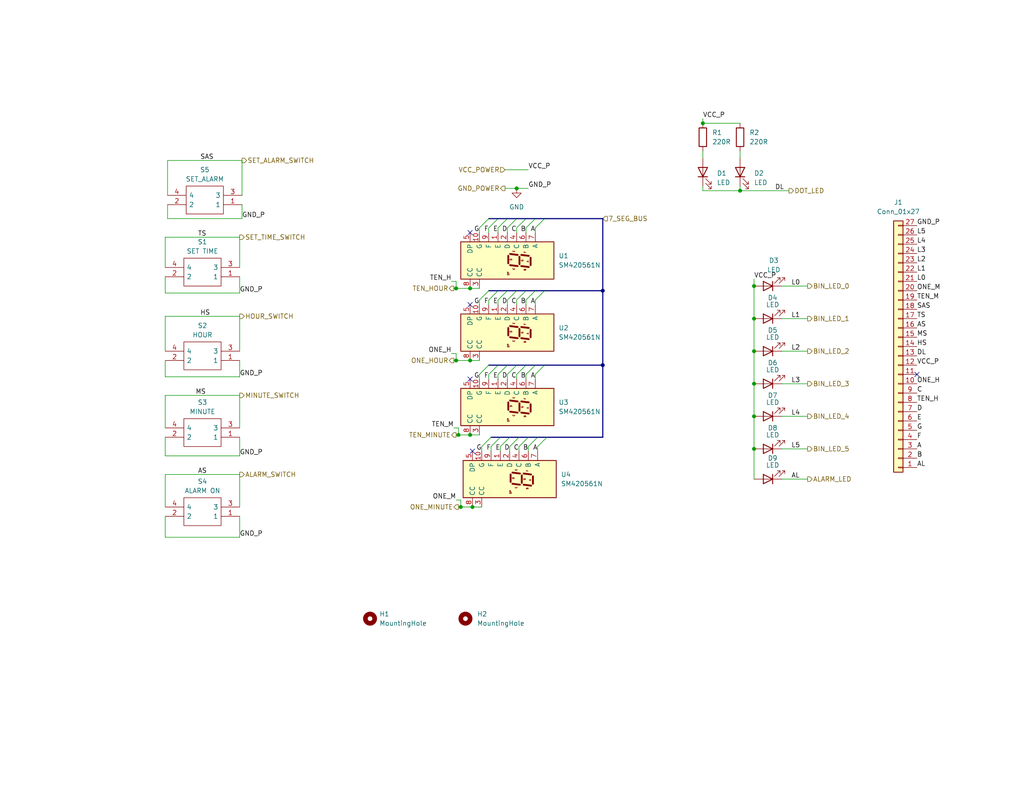
<source format=kicad_sch>
(kicad_sch (version 20211123) (generator eeschema)
  (paper "USLetter")
  (title_block (title "Military Time Clock") (date "2022-12-11") (rev "v1.0") (company "sparkletron") (comment 1 "Jay Convertino") (comment 2 "MIT License"))
  (lib_symbols
    (symbol "B3F-1020:B3F-1020" (pin_names (offset 0.762))
      (property "Reference" "S" (at 16.51 7.62 0))
      (property "Value" "B3F-1020" (at 16.51 5.08 0))
      (symbol "B3F-1020_0_0"
        (pin passive line (at 20.32 -2.54 180) (length 5.08) (name "1") (number "1"))
        (pin passive line (at 0 -2.54 0) (length 5.08) (name "2") (number "2"))
        (pin passive line (at 20.32 0 180) (length 5.08) (name "3") (number "3"))
        (pin passive line (at 0 0 0) (length 5.08) (name "4") (number "4"))
      )
      (symbol "B3F-1020_0_1"
        (polyline (pts (xy 5.08 2.54) (xy 15.24 2.54) (xy 15.24 -5.08) (xy 5.08 -5.08) (xy 5.08 2.54)) (stroke (width 0.1524)))
      )
    )
    (symbol "Connector_Generic:Conn_01x27" (pin_names (offset 1.016) hide)
      (property "Reference" "J" (at 0 35.56 0))
      (property "Value" "Conn_01x27" (at 0 -35.56 0))
      (symbol "Conn_01x27_1_1"
        (rectangle (start -1.27 -32.893) (end 0 -33.147) (stroke (width 0.1524)))
        (rectangle (start -1.27 -30.353) (end 0 -30.607) (stroke (width 0.1524)))
        (rectangle (start -1.27 -27.813) (end 0 -28.067) (stroke (width 0.1524)))
        (rectangle (start -1.27 -25.273) (end 0 -25.527) (stroke (width 0.1524)))
        (rectangle (start -1.27 -22.733) (end 0 -22.987) (stroke (width 0.1524)))
        (rectangle (start -1.27 -20.193) (end 0 -20.447) (stroke (width 0.1524)))
        (rectangle (start -1.27 -17.653) (end 0 -17.907) (stroke (width 0.1524)))
        (rectangle (start -1.27 -15.113) (end 0 -15.367) (stroke (width 0.1524)))
        (rectangle (start -1.27 -12.573) (end 0 -12.827) (stroke (width 0.1524)))
        (rectangle (start -1.27 -10.033) (end 0 -10.287) (stroke (width 0.1524)))
        (rectangle (start -1.27 -7.493) (end 0 -7.747) (stroke (width 0.1524)))
        (rectangle (start -1.27 -4.953) (end 0 -5.207) (stroke (width 0.1524)))
        (rectangle (start -1.27 -2.413) (end 0 -2.667) (stroke (width 0.1524)))
        (rectangle (start -1.27 0.127) (end 0 -0.127) (stroke (width 0.1524)))
        (rectangle (start -1.27 2.667) (end 0 2.413) (stroke (width 0.1524)))
        (rectangle (start -1.27 5.207) (end 0 4.953) (stroke (width 0.1524)))
        (rectangle (start -1.27 7.747) (end 0 7.493) (stroke (width 0.1524)))
        (rectangle (start -1.27 10.287) (end 0 10.033) (stroke (width 0.1524)))
        (rectangle (start -1.27 12.827) (end 0 12.573) (stroke (width 0.1524)))
        (rectangle (start -1.27 15.367) (end 0 15.113) (stroke (width 0.1524)))
        (rectangle (start -1.27 17.907) (end 0 17.653) (stroke (width 0.1524)))
        (rectangle (start -1.27 20.447) (end 0 20.193) (stroke (width 0.1524)))
        (rectangle (start -1.27 22.987) (end 0 22.733) (stroke (width 0.1524)))
        (rectangle (start -1.27 25.527) (end 0 25.273) (stroke (width 0.1524)))
        (rectangle (start -1.27 28.067) (end 0 27.813) (stroke (width 0.1524)))
        (rectangle (start -1.27 30.607) (end 0 30.353) (stroke (width 0.1524)))
        (rectangle (start -1.27 33.147) (end 0 32.893) (stroke (width 0.1524)))
        (rectangle (start -1.27 34.29) (end 1.27 -34.29) (stroke (width 0.254)) (fill (type background)))
        (pin passive line (at -5.08 33.02 0) (length 3.81) (name "Pin_1") (number "1"))
        (pin passive line (at -5.08 10.16 0) (length 3.81) (name "Pin_10") (number "10"))
        (pin passive line (at -5.08 7.62 0) (length 3.81) (name "Pin_11") (number "11"))
        (pin passive line (at -5.08 5.08 0) (length 3.81) (name "Pin_12") (number "12"))
        (pin passive line (at -5.08 2.54 0) (length 3.81) (name "Pin_13") (number "13"))
        (pin passive line (at -5.08 0 0) (length 3.81) (name "Pin_14") (number "14"))
        (pin passive line (at -5.08 -2.54 0) (length 3.81) (name "Pin_15") (number "15"))
        (pin passive line (at -5.08 -5.08 0) (length 3.81) (name "Pin_16") (number "16"))
        (pin passive line (at -5.08 -7.62 0) (length 3.81) (name "Pin_17") (number "17"))
        (pin passive line (at -5.08 -10.16 0) (length 3.81) (name "Pin_18") (number "18"))
        (pin passive line (at -5.08 -12.7 0) (length 3.81) (name "Pin_19") (number "19"))
        (pin passive line (at -5.08 30.48 0) (length 3.81) (name "Pin_2") (number "2"))
        (pin passive line (at -5.08 -15.24 0) (length 3.81) (name "Pin_20") (number "20"))
        (pin passive line (at -5.08 -17.78 0) (length 3.81) (name "Pin_21") (number "21"))
        (pin passive line (at -5.08 -20.32 0) (length 3.81) (name "Pin_22") (number "22"))
        (pin passive line (at -5.08 -22.86 0) (length 3.81) (name "Pin_23") (number "23"))
        (pin passive line (at -5.08 -25.4 0) (length 3.81) (name "Pin_24") (number "24"))
        (pin passive line (at -5.08 -27.94 0) (length 3.81) (name "Pin_25") (number "25"))
        (pin passive line (at -5.08 -30.48 0) (length 3.81) (name "Pin_26") (number "26"))
        (pin passive line (at -5.08 -33.02 0) (length 3.81) (name "Pin_27") (number "27"))
        (pin passive line (at -5.08 27.94 0) (length 3.81) (name "Pin_3") (number "3"))
        (pin passive line (at -5.08 25.4 0) (length 3.81) (name "Pin_4") (number "4"))
        (pin passive line (at -5.08 22.86 0) (length 3.81) (name "Pin_5") (number "5"))
        (pin passive line (at -5.08 20.32 0) (length 3.81) (name "Pin_6") (number "6"))
        (pin passive line (at -5.08 17.78 0) (length 3.81) (name "Pin_7") (number "7"))
        (pin passive line (at -5.08 15.24 0) (length 3.81) (name "Pin_8") (number "8"))
        (pin passive line (at -5.08 12.7 0) (length 3.81) (name "Pin_9") (number "9"))
      )
    )
    (symbol "Device:LED" (pin_numbers hide) (pin_names (offset 1.016) hide)
      (property "Reference" "D" (at 0 2.54 0))
      (property "Value" "LED" (at 0 -2.54 0))
      (symbol "LED_0_1"
        (polyline (pts (xy -1.27 -1.27) (xy -1.27 1.27)) (stroke (width 0.254)))
        (polyline (pts (xy -1.27 0) (xy 1.27 0)))
        (polyline (pts (xy 1.27 -1.27) (xy 1.27 1.27) (xy -1.27 0) (xy 1.27 -1.27)) (stroke (width 0.254)))
        (polyline (pts (xy -3.048 -0.762) (xy -4.572 -2.286) (xy -3.81 -2.286) (xy -4.572 -2.286) (xy -4.572 -1.524)))
        (polyline (pts (xy -1.778 -0.762) (xy -3.302 -2.286) (xy -2.54 -2.286) (xy -3.302 -2.286) (xy -3.302 -1.524)))
      )
      (symbol "LED_1_1"
        (pin passive line (at -3.81 0 0) (length 2.54) (name "K") (number "1"))
        (pin passive line (at 3.81 0 180) (length 2.54) (name "A") (number "2"))
      )
    )
    (symbol "Device:R" (pin_numbers hide) (pin_names (offset 0))
      (property "Reference" "R" (at 2.032 0 90))
      (property "Value" "R" (at 0 0 90))
      (symbol "R_0_1"
        (rectangle (start -1.016 -2.54) (end 1.016 2.54) (stroke (width 0.254)))
      )
      (symbol "R_1_1"
        (pin passive line (at 0 3.81 270) (length 1.27) (name "~") (number "1"))
        (pin passive line (at 0 -3.81 90) (length 1.27) (name "~") (number "2"))
      )
    )
    (symbol "Display_Character:SM420561N"
      (property "Reference" "U" (at -2.54 13.97 0))
      (property "Value" "SM420561N" (at 1.27 13.97 0))
      (symbol "SM420561N_0_0"
        (text "A" (at 0.254 5.588 0) (effects (font (size 0.508 0.508))))
        (text "B" (at 2.54 4.826 0) (effects (font (size 0.508 0.508))))
        (text "C" (at 2.286 1.778 0) (effects (font (size 0.508 0.508))))
        (text "D" (at -0.254 1.016 0) (effects (font (size 0.508 0.508))))
        (text "DP" (at 3.556 0.254 0) (effects (font (size 0.508 0.508))))
        (text "E" (at -2.54 1.778 0) (effects (font (size 0.508 0.508))))
        (text "F" (at -2.286 4.826 0) (effects (font (size 0.508 0.508))))
        (text "G" (at 0 4.064 0) (effects (font (size 0.508 0.508))))
      )
      (symbol "SM420561N_0_1"
        (rectangle (start -5.08 12.7) (end 5.08 -12.7) (stroke (width 0.254)) (fill (type background)))
        (polyline (pts (xy -1.524 2.794) (xy -1.778 0.762)) (stroke (width 0.508)))
        (polyline (pts (xy -1.27 0.254) (xy 0.762 0.254)) (stroke (width 0.508)))
        (polyline (pts (xy -1.27 5.842) (xy -1.524 3.81)) (stroke (width 0.508)))
        (polyline (pts (xy -1.016 3.302) (xy 1.016 3.302)) (stroke (width 0.508)))
        (polyline (pts (xy -0.762 6.35) (xy 1.27 6.35)) (stroke (width 0.508)))
        (polyline (pts (xy 1.524 2.794) (xy 1.27 0.762)) (stroke (width 0.508)))
        (polyline (pts (xy 1.778 5.842) (xy 1.524 3.81)) (stroke (width 0.508)))
        (polyline (pts (xy 2.54 0.254) (xy 2.54 0.254)) (stroke (width 0.508)))
      )
      (symbol "SM420561N_1_1"
        (pin input line (at -7.62 -2.54 0) (length 2.54) (name "E") (number "1"))
        (pin input line (at -7.62 -7.62 0) (length 2.54) (name "G") (number "10"))
        (pin input line (at -7.62 0 0) (length 2.54) (name "D") (number "2"))
        (pin input line (at 7.62 -7.62 180) (length 2.54) (name "CC") (number "3"))
        (pin input line (at -7.62 2.54 0) (length 2.54) (name "C") (number "4"))
        (pin input line (at -7.62 -10.16 0) (length 2.54) (name "DP") (number "5"))
        (pin input line (at -7.62 5.08 0) (length 2.54) (name "B") (number "6"))
        (pin input line (at -7.62 7.62 0) (length 2.54) (name "A") (number "7"))
        (pin input line (at 7.62 -10.16 180) (length 2.54) (name "CC") (number "8"))
        (pin input line (at -7.62 -5.08 0) (length 2.54) (name "F") (number "9"))
      )
    )
    (symbol "Mechanical:MountingHole" (pin_names (offset 1.016))
      (property "Reference" "H" (at 0 5.08 0))
      (property "Value" "MountingHole" (at 0 3.175 0))
      (symbol "MountingHole_0_1"
        (circle (center 0 0) (radius 1.27) (stroke (width 1.27)))
      )
    )
    (symbol "power:GND" (power) (pin_names (offset 0))
      (property "Value" "GND" (at 0 -3.81 0))
      (symbol "GND_0_1"
        (polyline (pts (xy 0 0) (xy 0 -1.27) (xy 1.27 -1.27) (xy 0 -2.54) (xy -1.27 -1.27) (xy 0 -1.27)))
      )
      (symbol "GND_1_1"
        (pin power_in line (at 0 0 270) (length 0) hide (name "GND") (number "1"))
      )
    )
  )
  (junction (at 205.74 104.775))
  (junction (at 205.74 95.885))
  (junction (at 128.27 98.425))
  (junction (at 140.97 51.435))
  (junction (at 125.73 138.43))
  (junction (at 164.465 79.375))
  (junction (at 128.905 138.43))
  (junction (at 205.74 113.665))
  (junction (at 205.74 86.995))
  (junction (at 128.27 118.745))
  (junction (at 128.27 78.74))
  (junction (at 201.93 52.07))
  (junction (at 125.095 118.745))
  (junction (at 191.77 33.655))
  (junction (at 124.46 78.74))
  (junction (at 205.74 122.555))
  (junction (at 205.74 78.105))
  (junction (at 124.46 98.425))
  (junction (at 164.465 99.695))
  (no_connect (at 250.19 102.235))
  (no_connect (at 128.27 63.5))
  (no_connect (at 128.27 103.505))
  (no_connect (at 128.905 123.19))
  (no_connect (at 128.27 83.185))
  (bus_entry (at 138.43 81.915) (size 2.54 -2.54))
  (bus_entry (at 133.35 62.23) (size 2.54 -2.54))
  (bus_entry (at 130.81 62.23) (size 2.54 -2.54))
  (bus_entry (at 138.43 62.23) (size 2.54 -2.54))
  (bus_entry (at 143.51 81.915) (size 2.54 -2.54))
  (bus_entry (at 138.43 102.235) (size 2.54 -2.54))
  (bus_entry (at 143.51 62.23) (size 2.54 -2.54))
  (bus_entry (at 140.97 81.915) (size 2.54 -2.54))
  (bus_entry (at 131.445 121.92) (size 2.54 -2.54))
  (bus_entry (at 146.05 62.23) (size 2.54 -2.54))
  (bus_entry (at 135.89 62.23) (size 2.54 -2.54))
  (bus_entry (at 146.685 121.92) (size 2.54 -2.54))
  (bus_entry (at 146.05 102.235) (size 2.54 -2.54))
  (bus_entry (at 130.81 81.915) (size 2.54 -2.54))
  (bus_entry (at 143.51 102.235) (size 2.54 -2.54))
  (bus_entry (at 141.605 121.92) (size 2.54 -2.54))
  (bus_entry (at 135.89 81.915) (size 2.54 -2.54))
  (bus_entry (at 133.35 102.235) (size 2.54 -2.54))
  (bus_entry (at 133.35 81.915) (size 2.54 -2.54))
  (bus_entry (at 140.97 62.23) (size 2.54 -2.54))
  (bus_entry (at 130.81 102.235) (size 2.54 -2.54))
  (bus_entry (at 146.05 81.915) (size 2.54 -2.54))
  (bus_entry (at 136.525 121.92) (size 2.54 -2.54))
  (bus_entry (at 135.89 102.235) (size 2.54 -2.54))
  (bus_entry (at 139.065 121.92) (size 2.54 -2.54))
  (bus_entry (at 140.97 102.235) (size 2.54 -2.54))
  (bus_entry (at 133.985 121.92) (size 2.54 -2.54))
  (bus_entry (at 144.145 121.92) (size 2.54 -2.54))
  (bus (pts (xy 148.59 79.375) (xy 164.465 79.375)))
  (wire (pts (xy 65.405 124.46) (xy 45.085 124.46)))
  (wire (pts (xy 205.74 78.105) (xy 205.74 86.995)))
  (wire (pts (xy 65.405 80.01) (xy 45.085 80.01)))
  (bus (pts (xy 138.43 59.69) (xy 140.97 59.69)))
  (wire (pts (xy 205.74 86.995) (xy 205.74 95.885)))
  (bus (pts (xy 146.05 99.695) (xy 148.59 99.695)))
  (wire (pts (xy 139.065 121.92) (xy 139.065 123.19)))
  (wire (pts (xy 220.345 95.885) (xy 213.36 95.885)))
  (wire (pts (xy 124.46 78.74) (xy 128.27 78.74)))
  (wire (pts (xy 140.97 51.435) (xy 144.145 51.435)))
  (wire (pts (xy 124.46 76.835) (xy 124.46 78.74)))
  (wire (pts (xy 135.89 102.235) (xy 135.89 103.505)))
  (wire (pts (xy 65.405 138.43) (xy 65.405 129.54)))
  (bus (pts (xy 135.89 99.695) (xy 138.43 99.695)))
  (wire (pts (xy 191.77 41.275) (xy 191.77 43.18)))
  (wire (pts (xy 137.795 46.355) (xy 144.145 46.355)))
  (bus (pts (xy 135.89 59.69) (xy 138.43 59.69)))
  (wire (pts (xy 220.345 122.555) (xy 213.36 122.555)))
  (wire (pts (xy 205.74 76.2) (xy 205.74 78.105)))
  (wire (pts (xy 125.095 138.43) (xy 125.73 138.43)))
  (wire (pts (xy 144.145 121.92) (xy 144.145 123.19)))
  (wire (pts (xy 45.085 124.46) (xy 45.085 119.38)))
  (wire (pts (xy 124.46 96.52) (xy 124.46 98.425)))
  (bus (pts (xy 140.97 59.69) (xy 143.51 59.69)))
  (wire (pts (xy 191.77 52.07) (xy 201.93 52.07)))
  (wire (pts (xy 138.43 81.915) (xy 138.43 83.185)))
  (wire (pts (xy 45.085 140.97) (xy 45.085 146.685)))
  (wire (pts (xy 133.985 121.92) (xy 133.985 123.19)))
  (wire (pts (xy 123.19 76.835) (xy 124.46 76.835)))
  (bus (pts (xy 133.35 99.695) (xy 135.89 99.695)))
  (wire (pts (xy 143.51 62.23) (xy 143.51 63.5)))
  (wire (pts (xy 220.345 104.775) (xy 213.36 104.775)))
  (wire (pts (xy 123.825 116.84) (xy 125.095 116.84)))
  (wire (pts (xy 140.97 62.23) (xy 140.97 63.5)))
  (bus (pts (xy 139.065 119.38) (xy 141.605 119.38)))
  (bus (pts (xy 148.59 59.69) (xy 164.465 59.69)))
  (wire (pts (xy 201.93 50.8) (xy 201.93 52.07)))
  (wire (pts (xy 65.405 64.77) (xy 65.405 73.025)))
  (wire (pts (xy 191.77 50.8) (xy 191.77 52.07)))
  (wire (pts (xy 45.085 129.54) (xy 45.085 138.43)))
  (wire (pts (xy 45.085 102.87) (xy 65.405 102.87)))
  (bus (pts (xy 146.05 79.375) (xy 148.59 79.375)))
  (wire (pts (xy 130.81 118.745) (xy 128.27 118.745)))
  (wire (pts (xy 65.405 107.95) (xy 65.405 116.84)))
  (bus (pts (xy 133.985 119.38) (xy 136.525 119.38)))
  (wire (pts (xy 65.405 146.685) (xy 65.405 140.97)))
  (wire (pts (xy 45.085 98.425) (xy 45.085 102.87)))
  (wire (pts (xy 45.085 146.685) (xy 65.405 146.685)))
  (wire (pts (xy 123.19 96.52) (xy 124.46 96.52)))
  (bus (pts (xy 146.05 59.69) (xy 148.59 59.69)))
  (wire (pts (xy 123.825 78.74) (xy 124.46 78.74)))
  (wire (pts (xy 45.72 43.815) (xy 45.72 53.34)))
  (bus (pts (xy 135.89 79.375) (xy 138.43 79.375)))
  (wire (pts (xy 65.405 75.565) (xy 65.405 80.01)))
  (wire (pts (xy 45.085 86.36) (xy 65.405 86.36)))
  (wire (pts (xy 205.74 122.555) (xy 205.74 130.81)))
  (wire (pts (xy 220.345 130.81) (xy 213.36 130.81)))
  (wire (pts (xy 146.05 62.23) (xy 146.05 63.5)))
  (wire (pts (xy 135.89 62.23) (xy 135.89 63.5)))
  (wire (pts (xy 220.345 78.105) (xy 213.36 78.105)))
  (wire (pts (xy 45.085 64.77) (xy 65.405 64.77)))
  (bus (pts (xy 149.225 119.38) (xy 164.465 119.38)))
  (wire (pts (xy 45.085 73.025) (xy 45.085 64.77)))
  (bus (pts (xy 148.59 99.695) (xy 164.465 99.695)))
  (wire (pts (xy 45.085 116.84) (xy 45.085 107.95)))
  (wire (pts (xy 45.72 55.88) (xy 45.72 59.69)))
  (wire (pts (xy 128.905 138.43) (xy 131.445 138.43)))
  (wire (pts (xy 65.405 119.38) (xy 65.405 124.46)))
  (wire (pts (xy 45.085 86.36) (xy 45.085 95.885)))
  (wire (pts (xy 65.405 102.87) (xy 65.405 98.425)))
  (wire (pts (xy 45.085 80.01) (xy 45.085 75.565)))
  (wire (pts (xy 205.74 95.885) (xy 205.74 104.775)))
  (wire (pts (xy 140.97 81.915) (xy 140.97 83.185)))
  (wire (pts (xy 130.81 62.23) (xy 130.81 63.5)))
  (wire (pts (xy 136.525 121.92) (xy 136.525 123.19)))
  (bus (pts (xy 144.145 119.38) (xy 146.685 119.38)))
  (bus (pts (xy 133.35 79.375) (xy 135.89 79.375)))
  (wire (pts (xy 140.97 102.235) (xy 140.97 103.505)))
  (wire (pts (xy 130.81 81.915) (xy 130.81 83.185)))
  (wire (pts (xy 66.04 53.34) (xy 66.04 43.815)))
  (bus (pts (xy 140.97 99.695) (xy 143.51 99.695)))
  (wire (pts (xy 201.93 52.07) (xy 215.265 52.07)))
  (wire (pts (xy 137.795 51.435) (xy 140.97 51.435)))
  (wire (pts (xy 45.085 107.95) (xy 65.405 107.95)))
  (wire (pts (xy 128.27 98.425) (xy 130.81 98.425)))
  (wire (pts (xy 45.72 59.69) (xy 66.04 59.69)))
  (wire (pts (xy 124.46 136.525) (xy 125.73 136.525)))
  (wire (pts (xy 135.89 81.915) (xy 135.89 83.185)))
  (wire (pts (xy 130.81 78.74) (xy 128.27 78.74)))
  (bus (pts (xy 143.51 59.69) (xy 146.05 59.69)))
  (wire (pts (xy 191.77 32.385) (xy 191.77 33.655)))
  (bus (pts (xy 140.97 79.375) (xy 143.51 79.375)))
  (wire (pts (xy 125.73 136.525) (xy 125.73 138.43)))
  (wire (pts (xy 123.825 98.425) (xy 124.46 98.425)))
  (bus (pts (xy 143.51 79.375) (xy 146.05 79.375)))
  (wire (pts (xy 66.04 43.815) (xy 45.72 43.815)))
  (wire (pts (xy 143.51 81.915) (xy 143.51 83.185)))
  (wire (pts (xy 124.46 98.425) (xy 128.27 98.425)))
  (wire (pts (xy 133.35 62.23) (xy 133.35 63.5)))
  (bus (pts (xy 146.685 119.38) (xy 149.225 119.38)))
  (bus (pts (xy 164.465 99.695) (xy 164.465 119.38)))
  (wire (pts (xy 65.405 129.54) (xy 45.085 129.54)))
  (bus (pts (xy 138.43 79.375) (xy 140.97 79.375)))
  (bus (pts (xy 141.605 119.38) (xy 144.145 119.38)))
  (wire (pts (xy 146.05 81.915) (xy 146.05 83.185)))
  (wire (pts (xy 124.46 118.745) (xy 125.095 118.745)))
  (bus (pts (xy 164.465 79.375) (xy 164.465 99.695)))
  (wire (pts (xy 125.73 138.43) (xy 128.905 138.43)))
  (wire (pts (xy 146.05 102.235) (xy 146.05 103.505)))
  (wire (pts (xy 143.51 102.235) (xy 143.51 103.505)))
  (wire (pts (xy 125.095 116.84) (xy 125.095 118.745)))
  (bus (pts (xy 143.51 99.695) (xy 146.05 99.695)))
  (bus (pts (xy 164.465 59.69) (xy 164.465 79.375)))
  (wire (pts (xy 146.685 121.92) (xy 146.685 123.19)))
  (wire (pts (xy 138.43 62.23) (xy 138.43 63.5)))
  (bus (pts (xy 136.525 119.38) (xy 139.065 119.38)))
  (wire (pts (xy 133.35 102.235) (xy 133.35 103.505)))
  (wire (pts (xy 125.095 118.745) (xy 128.27 118.745)))
  (bus (pts (xy 138.43 99.695) (xy 140.97 99.695)))
  (wire (pts (xy 130.81 102.235) (xy 130.81 103.505)))
  (wire (pts (xy 138.43 102.235) (xy 138.43 103.505)))
  (wire (pts (xy 65.405 95.885) (xy 65.405 86.36)))
  (wire (pts (xy 220.345 113.665) (xy 213.36 113.665)))
  (wire (pts (xy 141.605 121.92) (xy 141.605 123.19)))
  (wire (pts (xy 205.74 113.665) (xy 205.74 122.555)))
  (wire (pts (xy 205.74 104.775) (xy 205.74 113.665)))
  (wire (pts (xy 66.04 59.69) (xy 66.04 55.88)))
  (wire (pts (xy 131.445 121.92) (xy 131.445 123.19)))
  (wire (pts (xy 133.35 81.915) (xy 133.35 83.185)))
  (wire (pts (xy 220.345 86.995) (xy 213.36 86.995)))
  (bus (pts (xy 133.35 59.69) (xy 135.89 59.69)))
  (wire (pts (xy 201.93 41.275) (xy 201.93 43.18)))
  (wire (pts (xy 191.77 33.655) (xy 201.93 33.655)))
  (label "D" (at 138.43 63.5 180))
  (label "ONE_H" (at 250.19 104.775 0))
  (label "B" (at 143.51 63.5 180))
  (label "AL" (at 215.9 130.81 0))
  (label "A" (at 250.19 122.555 0))
  (label "G" (at 131.445 123.19 180))
  (label "MS" (at 53.34 107.95 0))
  (label "G" (at 130.81 103.505 180))
  (label "MS" (at 250.19 92.075 0))
  (label "VCC_P" (at 250.19 99.695 0))
  (label "L4" (at 215.9 113.665 0))
  (label "L1" (at 250.19 74.295 0))
  (label "VCC_P" (at 144.145 46.355 0))
  (label "TEN_M" (at 250.19 81.915 0))
  (label "B" (at 143.51 83.185 180))
  (label "F" (at 133.35 63.5 180))
  (label "TEN_H" (at 123.19 76.835 180))
  (label "G" (at 250.19 117.475 0))
  (label "E" (at 135.89 83.185 180))
  (label "ONE_M" (at 250.19 79.375 0))
  (label "ONE_M" (at 124.46 136.525 180))
  (label "SAS" (at 54.61 43.815 0))
  (label "C" (at 140.97 83.185 180))
  (label "G" (at 130.81 83.185 180))
  (label "E" (at 136.525 123.19 180))
  (label "TS" (at 53.975 64.77 0))
  (label "L2" (at 250.19 71.755 0))
  (label "DL" (at 250.19 97.155 0))
  (label "E" (at 135.89 103.505 180))
  (label "A" (at 146.05 103.505 180))
  (label "TEN_M" (at 123.825 116.84 180))
  (label "GND_P" (at 65.405 124.46 0))
  (label "GND_P" (at 66.04 59.69 0))
  (label "GND_P" (at 250.19 61.595 0))
  (label "L3" (at 215.9 104.775 0))
  (label "G" (at 130.81 63.5 180))
  (label "GND_P" (at 65.405 102.87 0))
  (label "A" (at 146.05 83.185 180))
  (label "A" (at 146.05 63.5 180))
  (label "D" (at 138.43 83.185 180))
  (label "F" (at 133.985 123.19 180))
  (label "VCC_P" (at 205.74 76.2 0))
  (label "L5" (at 250.19 64.135 0))
  (label "B" (at 250.19 125.095 0))
  (label "SAS" (at 250.19 84.455 0))
  (label "L1" (at 215.9 86.995 0))
  (label "B" (at 144.145 123.19 180))
  (label "TEN_H" (at 250.19 109.855 0))
  (label "GND_P" (at 144.145 51.435 0))
  (label "D" (at 138.43 103.505 180))
  (label "C" (at 140.97 63.5 180))
  (label "L0" (at 250.19 76.835 0))
  (label "C" (at 141.605 123.19 180))
  (label "ONE_H" (at 123.19 96.52 180))
  (label "C" (at 250.19 107.315 0))
  (label "AS" (at 250.19 89.535 0))
  (label "F" (at 133.35 103.505 180))
  (label "D" (at 139.065 123.19 180))
  (label "B" (at 143.51 103.505 180))
  (label "E" (at 135.89 63.5 180))
  (label "L2" (at 215.9 95.885 0))
  (label "DL" (at 211.455 52.07 0))
  (label "L3" (at 250.19 69.215 0))
  (label "A" (at 146.685 123.19 180))
  (label "AS" (at 53.975 129.54 0))
  (label "AL" (at 250.19 127.635 0))
  (label "VCC_P" (at 191.77 32.385 0))
  (label "C" (at 140.97 103.505 180))
  (label "F" (at 250.19 120.015 0))
  (label "D" (at 250.19 112.395 0))
  (label "GND_P" (at 65.405 80.01 0))
  (label "GND_P" (at 65.405 146.685 0))
  (label "HS" (at 250.19 94.615 0))
  (label "HS" (at 54.61 86.36 0))
  (label "L0" (at 215.9 78.105 0))
  (label "TS" (at 250.19 86.995 0))
  (label "L5" (at 215.9 122.555 0))
  (label "L4" (at 250.19 66.675 0))
  (label "F" (at 133.35 83.185 180))
  (label "E" (at 250.19 114.935 0))
  (hierarchical_label "BIN_LED_0" (shape output) (at 220.345 78.105 0))
  (hierarchical_label "SET_TIME_SWITCH" (shape output) (at 65.405 64.77 0))
  (hierarchical_label "BIN_LED_3" (shape output) (at 220.345 104.775 0))
  (hierarchical_label "ONE_MINUTE" (shape output) (at 125.095 138.43 180))
  (hierarchical_label "BIN_LED_5" (shape output) (at 220.345 122.555 0))
  (hierarchical_label "BIN_LED_4" (shape output) (at 220.345 113.665 0))
  (hierarchical_label "MINUTE_SWITCH" (shape output) (at 65.405 107.95 0))
  (hierarchical_label "ALARM_LED" (shape output) (at 220.345 130.81 0))
  (hierarchical_label "TEN_MINUTE" (shape output) (at 124.46 118.745 180))
  (hierarchical_label "7_SEG_BUS" (shape input) (at 164.465 59.69 0))
  (hierarchical_label "ALARM_SWITCH" (shape output) (at 65.405 129.54 0))
  (hierarchical_label "TEN_HOUR" (shape output) (at 123.825 78.74 180))
  (hierarchical_label "BIN_LED_2" (shape output) (at 220.345 95.885 0))
  (hierarchical_label "GND_POWER" (shape output) (at 137.795 51.435 180))
  (hierarchical_label "HOUR_SWITCH" (shape output) (at 65.405 86.36 0))
  (hierarchical_label "DOT_LED" (shape output) (at 215.265 52.07 0))
  (hierarchical_label "ONE_HOUR" (shape output) (at 123.825 98.425 180))
  (hierarchical_label "BIN_LED_1" (shape output) (at 220.345 86.995 0))
  (hierarchical_label "VCC_POWER" (shape input) (at 137.795 46.355 180))
  (hierarchical_label "SET_ALARM_SWITCH" (shape output) (at 66.04 43.815 0))
  (symbol (lib_id "Device:LED") (at 209.55 113.665 180) (unit 1)
    (property "Reference" "D7" (at 210.82 107.95 0))
    (property "Value" "LED" (at 210.82 109.855 0))
    (property "Footprint" "LED_THT:LED_D3.0mm" (effects hide))
  )
  (symbol (lib_id "Display_Character:SM420561N") (at 138.43 71.12 270) (unit 1)
    (property "Reference" "U1" (at 152.4 69.8499 90) (effects (justify left)))
    (property "Value" "SM420561N" (at 152.4 72.3899 90) (effects (justify left)))
    (property "Footprint" "Display_7Segment:7SegmentLED_LTS6760_LTS6780" (effects hide))
    (property "Datasheet" "https://datasheet.lcsc.com/szlcsc/Wuxi-ARK-Tech-Elec-SM420561N_C141367.pdf" (effects hide))
  )
  (symbol (lib_id "Device:R") (at 201.93 37.465 0) (unit 1)
    (property "Reference" "R2" (at 204.47 36.1949 0) (effects (justify left)))
    (property "Value" "220R" (at 204.47 38.7349 0) (effects (justify left)))
    (property "Footprint" "Resistor_THT:R_Axial_DIN0207_L6.3mm_D2.5mm_P5.08mm_Vertical" (effects hide))
  )
  (symbol (lib_id "Device:LED") (at 191.77 46.99 90) (unit 1)
    (property "Reference" "D1" (at 195.58 47.3074 90) (effects (justify right)))
    (property "Value" "LED" (at 195.58 49.8474 90) (effects (justify right)))
    (property "Footprint" "LED_THT:LED_D3.0mm" (effects hide))
  )
  (symbol (lib_id "B3F-1020:B3F-1020") (at 45.72 53.34 0) (unit 1)
    (property "Reference" "S5" (at 55.88 46.355 0))
    (property "Value" "SET_ALARM" (at 55.88 48.895 0))
    (property "Footprint" "B3F-1020:B3F1000" (effects hide))
    (property "Datasheet" "http://www.omron.com/ecb/products/pdf/en-b3f.pdf" (effects hide))
    (property "Description" "Switch Tact SPST,flat 5mm act,PC Pins Black Plunger Tactile Switch, SPST-NO 0.05 A@ 24 V dc 0.9mm" (effects hide))
    (property "Manufacturer_Name" "Omron Electronics" (effects hide))
    (property "Manufacturer_Part_Number" "B3F-1020" (effects hide))
    (property "Mouser Part Number" "653-B3F-1020" (effects hide))
    (property "Mouser Price/Stock" "https://www.mouser.co.uk/ProductDetail/Omron-Electronics/B3F-1020?qs=lK7M36XCk6J1%2FfWxwEHrqA%3D%3D" (effects hide))
  )
  (symbol (lib_id "Device:LED") (at 209.55 86.995 180) (unit 1)
    (property "Reference" "D4" (at 210.82 81.28 0))
    (property "Value" "LED" (at 210.82 83.185 0))
    (property "Footprint" "LED_THT:LED_D3.0mm" (effects hide))
  )
  (symbol (lib_id "Display_Character:SM420561N") (at 138.43 111.125 270) (unit 1)
    (property "Reference" "U3" (at 152.4 109.8549 90) (effects (justify left)))
    (property "Value" "SM420561N" (at 152.4 112.3949 90) (effects (justify left)))
    (property "Footprint" "Display_7Segment:7SegmentLED_LTS6760_LTS6780" (effects hide))
    (property "Datasheet" "https://datasheet.lcsc.com/szlcsc/Wuxi-ARK-Tech-Elec-SM420561N_C141367.pdf" (effects hide))
  )
  (symbol (lib_id "Device:LED") (at 201.93 46.99 90) (unit 1)
    (property "Reference" "D2" (at 205.74 47.3074 90) (effects (justify right)))
    (property "Value" "LED" (at 205.74 49.8474 90) (effects (justify right)))
    (property "Footprint" "LED_THT:LED_D3.0mm" (effects hide))
  )
  (symbol (lib_id "Device:LED") (at 209.55 130.81 180) (unit 1)
    (property "Reference" "D9" (at 210.82 125.095 0))
    (property "Value" "LED" (at 210.82 127 0))
    (property "Footprint" "LED_THT:LED_D3.0mm" (effects hide))
  )
  (symbol (lib_id "Mechanical:MountingHole") (at 100.965 168.91 0) (unit 1)
    (property "Reference" "H1" (at 103.505 167.6399 0) (effects (justify left)))
    (property "Value" "MountingHole" (at 103.505 170.1799 0) (effects (justify left)))
    (property "Footprint" "MountingHole:MountingHole_3.2mm_M3" (effects hide))
  )
  (symbol (lib_id "Device:LED") (at 209.55 122.555 180) (unit 1)
    (property "Reference" "D8" (at 210.82 116.84 0))
    (property "Value" "LED" (at 210.82 118.745 0))
    (property "Footprint" "LED_THT:LED_D3.0mm" (effects hide))
  )
  (symbol (lib_id "Display_Character:SM420561N") (at 138.43 90.805 270) (unit 1)
    (property "Reference" "U2" (at 152.4 89.5349 90) (effects (justify left)))
    (property "Value" "SM420561N" (at 152.4 92.0749 90) (effects (justify left)))
    (property "Footprint" "Display_7Segment:7SegmentLED_LTS6760_LTS6780" (effects hide))
    (property "Datasheet" "https://datasheet.lcsc.com/szlcsc/Wuxi-ARK-Tech-Elec-SM420561N_C141367.pdf" (effects hide))
  )
  (symbol (lib_id "Mechanical:MountingHole") (at 127 168.91 0) (unit 1)
    (property "Reference" "H2" (at 130.175 167.6399 0) (effects (justify left)))
    (property "Value" "MountingHole" (at 130.175 170.1799 0) (effects (justify left)))
    (property "Footprint" "MountingHole:MountingHole_3.2mm_M3" (effects hide))
  )
  (symbol (lib_id "Display_Character:SM420561N") (at 139.065 130.81 270) (unit 1)
    (property "Reference" "U4" (at 153.035 129.5399 90) (effects (justify left)))
    (property "Value" "SM420561N" (at 153.035 132.0799 90) (effects (justify left)))
    (property "Footprint" "Display_7Segment:7SegmentLED_LTS6760_LTS6780" (effects hide))
    (property "Datasheet" "https://datasheet.lcsc.com/szlcsc/Wuxi-ARK-Tech-Elec-SM420561N_C141367.pdf" (effects hide))
  )
  (symbol (lib_id "Device:LED") (at 209.55 78.105 180) (unit 1)
    (property "Reference" "D3" (at 211.1375 71.12 0))
    (property "Value" "LED" (at 211.1375 73.66 0))
    (property "Footprint" "LED_THT:LED_D3.0mm" (effects hide))
  )
  (symbol (lib_id "power:GND") (at 140.97 51.435 0) (unit 1)
    (property "Reference" "#PWR?" (effects hide))
    (property "Value" "GND" (at 140.97 56.515 0))
  )
  (symbol (lib_id "B3F-1020:B3F-1020") (at 45.085 95.885 0) (unit 1)
    (property "Reference" "S2" (at 55.245 88.9 0))
    (property "Value" "HOUR" (at 55.245 91.44 0))
    (property "Footprint" "B3F-1020:B3F1000" (effects hide))
    (property "Datasheet" "http://www.omron.com/ecb/products/pdf/en-b3f.pdf" (effects hide))
    (property "Description" "Switch Tact SPST,flat 5mm act,PC Pins Black Plunger Tactile Switch, SPST-NO 0.05 A@ 24 V dc 0.9mm" (effects hide))
    (property "Manufacturer_Name" "Omron Electronics" (effects hide))
    (property "Manufacturer_Part_Number" "B3F-1020" (effects hide))
    (property "Mouser Part Number" "653-B3F-1020" (effects hide))
    (property "Mouser Price/Stock" "https://www.mouser.co.uk/ProductDetail/Omron-Electronics/B3F-1020?qs=lK7M36XCk6J1%2FfWxwEHrqA%3D%3D" (effects hide))
  )
  (symbol (lib_id "B3F-1020:B3F-1020") (at 45.085 138.43 0) (unit 1)
    (property "Reference" "S4" (at 55.245 131.445 0))
    (property "Value" "ALARM ON" (at 55.245 133.985 0))
    (property "Footprint" "B3F-1020:B3F1000" (effects hide))
    (property "Datasheet" "http://www.omron.com/ecb/products/pdf/en-b3f.pdf" (effects hide))
    (property "Description" "Switch Tact SPST,flat 5mm act,PC Pins Black Plunger Tactile Switch, SPST-NO 0.05 A@ 24 V dc 0.9mm" (effects hide))
    (property "Manufacturer_Name" "Omron Electronics" (effects hide))
    (property "Manufacturer_Part_Number" "B3F-1020" (effects hide))
    (property "Mouser Part Number" "653-B3F-1020" (effects hide))
    (property "Mouser Price/Stock" "https://www.mouser.co.uk/ProductDetail/Omron-Electronics/B3F-1020?qs=lK7M36XCk6J1%2FfWxwEHrqA%3D%3D" (effects hide))
  )
  (symbol (lib_id "Connector_Generic:Conn_01x27") (at 245.11 94.615 180) (unit 1)
    (property "Reference" "J1" (at 245.11 55.245 0))
    (property "Value" "Conn_01x27" (at 245.11 57.785 0))
    (property "Footprint" "Connector_PinSocket_2.54mm:PinSocket_1x27_P2.54mm_Vertical" (effects hide))
  )
  (symbol (lib_id "B3F-1020:B3F-1020") (at 45.085 73.025 0) (unit 1)
    (property "Reference" "S1" (at 55.245 66.04 0))
    (property "Value" "SET TIME" (at 55.245 68.58 0))
    (property "Footprint" "B3F-1020:B3F1000" (effects hide))
    (property "Datasheet" "http://www.omron.com/ecb/products/pdf/en-b3f.pdf" (effects hide))
    (property "Description" "Switch Tact SPST,flat 5mm act,PC Pins Black Plunger Tactile Switch, SPST-NO 0.05 A@ 24 V dc 0.9mm" (effects hide))
    (property "Manufacturer_Name" "Omron Electronics" (effects hide))
    (property "Manufacturer_Part_Number" "B3F-1020" (effects hide))
    (property "Mouser Part Number" "653-B3F-1020" (effects hide))
    (property "Mouser Price/Stock" "https://www.mouser.co.uk/ProductDetail/Omron-Electronics/B3F-1020?qs=lK7M36XCk6J1%2FfWxwEHrqA%3D%3D" (effects hide))
  )
  (symbol (lib_id "Device:LED") (at 209.55 95.885 180) (unit 1)
    (property "Reference" "D5" (at 210.82 90.17 0))
    (property "Value" "LED" (at 210.82 92.075 0))
    (property "Footprint" "LED_THT:LED_D3.0mm" (effects hide))
  )
  (symbol (lib_id "Device:LED") (at 209.55 104.775 180) (unit 1)
    (property "Reference" "D6" (at 210.82 99.06 0))
    (property "Value" "LED" (at 210.82 100.965 0))
    (property "Footprint" "LED_THT:LED_D3.0mm" (effects hide))
  )
  (symbol (lib_id "Device:R") (at 191.77 37.465 0) (unit 1)
    (property "Reference" "R1" (at 194.31 36.1949 0) (effects (justify left)))
    (property "Value" "220R" (at 194.31 38.7349 0) (effects (justify left)))
    (property "Footprint" "Resistor_THT:R_Axial_DIN0207_L6.3mm_D2.5mm_P5.08mm_Vertical" (effects hide))
  )
  (symbol (lib_id "B3F-1020:B3F-1020") (at 45.085 116.84 0) (unit 1)
    (property "Reference" "S3" (at 55.245 109.855 0))
    (property "Value" "MINUTE" (at 55.245 112.395 0))
    (property "Footprint" "B3F-1020:B3F1000" (effects hide))
    (property "Datasheet" "http://www.omron.com/ecb/products/pdf/en-b3f.pdf" (effects hide))
    (property "Description" "Switch Tact SPST,flat 5mm act,PC Pins Black Plunger Tactile Switch, SPST-NO 0.05 A@ 24 V dc 0.9mm" (effects hide))
    (property "Manufacturer_Name" "Omron Electronics" (effects hide))
    (property "Manufacturer_Part_Number" "B3F-1020" (effects hide))
    (property "Mouser Part Number" "653-B3F-1020" (effects hide))
    (property "Mouser Price/Stock" "https://www.mouser.co.uk/ProductDetail/Omron-Electronics/B3F-1020?qs=lK7M36XCk6J1%2FfWxwEHrqA%3D%3D" (effects hide))
  )
)
</source>
